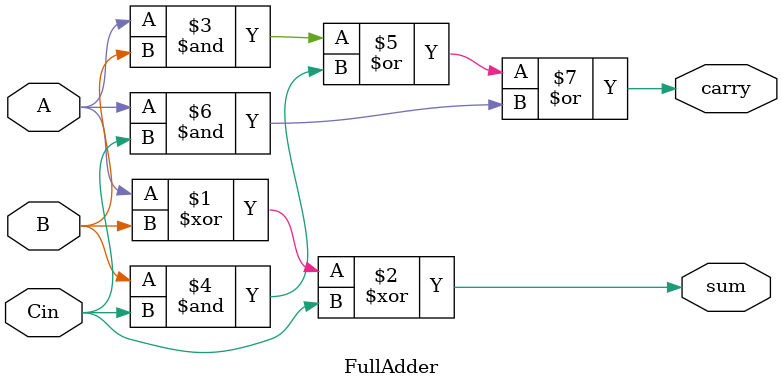
<source format=v>
module FullAdder(A,B,Cin,sum,carry);
input A,B,Cin;
output sum,carry;
assign sum=A^B^Cin;
assign carry=(A&B)|(B&Cin)|(A&Cin);
endmodule


</source>
